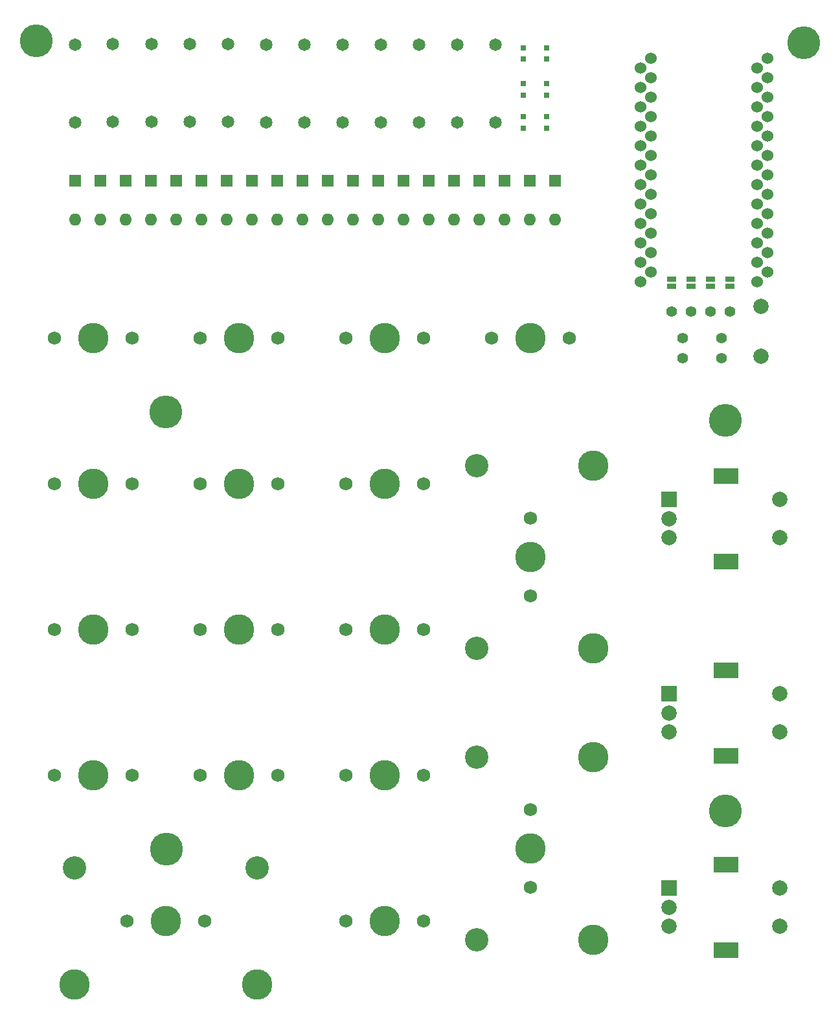
<source format=gts>
%TF.GenerationSoftware,KiCad,Pcbnew,(5.1.10)-1*%
%TF.CreationDate,2021-10-30T13:12:34+08:00*%
%TF.ProjectId,EGPad,45475061-642e-46b6-9963-61645f706362,rev?*%
%TF.SameCoordinates,Original*%
%TF.FileFunction,Soldermask,Top*%
%TF.FilePolarity,Negative*%
%FSLAX46Y46*%
G04 Gerber Fmt 4.6, Leading zero omitted, Abs format (unit mm)*
G04 Created by KiCad (PCBNEW (5.1.10)-1) date 2021-10-30 13:12:34*
%MOMM*%
%LPD*%
G01*
G04 APERTURE LIST*
%ADD10C,4.300000*%
%ADD11C,1.524000*%
%ADD12C,2.000000*%
%ADD13C,1.397000*%
%ADD14R,1.143000X0.635000*%
%ADD15C,1.750000*%
%ADD16C,3.987800*%
%ADD17C,3.048000*%
%ADD18R,1.600000X1.600000*%
%ADD19O,1.600000X1.600000*%
%ADD20R,3.200000X2.000000*%
%ADD21R,2.000000X2.000000*%
%ADD22C,1.651000*%
%ADD23R,0.750000X0.800000*%
G04 APERTURE END LIST*
D10*
%TO.C,Ref\u002A\u002A4*%
X185039000Y-84582000D03*
%TD*%
%TO.C,Ref\u002A\u002A*%
X111887000Y-83439000D03*
%TD*%
%TO.C,Ref\u002A\u002A5*%
X112014000Y-140589000D03*
%TD*%
%TO.C,Ref\u002A\u002A6*%
X185039000Y-135636000D03*
%TD*%
%TO.C,Ref\u002A\u002A1*%
X195326000Y-35179000D03*
%TD*%
%TO.C,Ref\u002A\u002A2*%
X94996000Y-34925000D03*
%TD*%
D11*
%TO.C,U1*%
X189230000Y-38481000D03*
X189230000Y-41021000D03*
X189230000Y-43561000D03*
X189230000Y-46101000D03*
X189230000Y-48641000D03*
X189230000Y-51181000D03*
X189230000Y-53721000D03*
X189230000Y-56261000D03*
X189230000Y-58801000D03*
X189230000Y-61341000D03*
X189230000Y-63881000D03*
X189230000Y-66421000D03*
X173990000Y-66421000D03*
X173990000Y-63881000D03*
X173990000Y-61341000D03*
X173990000Y-58801000D03*
X173990000Y-56261000D03*
X173990000Y-53721000D03*
X173990000Y-51181000D03*
X173990000Y-48641000D03*
X173990000Y-46101000D03*
X173990000Y-43561000D03*
X173990000Y-41021000D03*
X173990000Y-38481000D03*
X190536400Y-37211000D03*
X190536400Y-39751000D03*
X190536400Y-42291000D03*
X190536400Y-44831000D03*
X190536400Y-47371000D03*
X190536400Y-49911000D03*
X190536400Y-52451000D03*
X190536400Y-54991000D03*
X190536400Y-57531000D03*
X190536400Y-60071000D03*
X190536400Y-62611000D03*
X190536400Y-65151000D03*
X175316400Y-65151000D03*
X175316400Y-62611000D03*
X175316400Y-60071000D03*
X175316400Y-57531000D03*
X175316400Y-54991000D03*
X175316400Y-52451000D03*
X175316400Y-49911000D03*
X175316400Y-47371000D03*
X175316400Y-44831000D03*
X175316400Y-42291000D03*
X175316400Y-39751000D03*
X175316400Y-37211000D03*
%TD*%
D12*
%TO.C,RSW1*%
X189738000Y-76148000D03*
X189738000Y-69648000D03*
%TD*%
D13*
%TO.C,R14*%
X184531000Y-76454000D03*
X179451000Y-76454000D03*
%TD*%
%TO.C,R13*%
X184531000Y-73787000D03*
X179451000Y-73787000D03*
%TD*%
D14*
%TO.C,JP4*%
X178054000Y-66047620D03*
X178054000Y-67048380D03*
%TD*%
%TO.C,JP3*%
X180594000Y-66055220D03*
X180594000Y-67055980D03*
%TD*%
%TO.C,JP2*%
X183134000Y-66047620D03*
X183134000Y-67048380D03*
%TD*%
%TO.C,JP1*%
X185674000Y-66047620D03*
X185674000Y-67048380D03*
%TD*%
D13*
%TO.C,J1*%
X185674000Y-70358000D03*
X183134000Y-70358000D03*
X180594000Y-70358000D03*
X178054000Y-70358000D03*
%TD*%
D15*
%TO.C,MX15*%
X164624000Y-73818800D03*
X154464000Y-73818800D03*
D16*
X159544000Y-73818800D03*
%TD*%
%TO.C,MX5*%
X111919000Y-150019000D03*
D15*
X106839000Y-150019000D03*
X116999000Y-150019000D03*
D17*
X99981000Y-143034000D03*
X123857000Y-143034000D03*
D16*
X99981000Y-158274000D03*
X123857000Y-158274000D03*
%TD*%
%TO.C,MX17*%
X159544000Y-140494000D03*
D15*
X159544000Y-145574000D03*
X159544000Y-135414000D03*
D17*
X152559000Y-152432000D03*
X152559000Y-128556000D03*
D16*
X167799000Y-152432000D03*
X167799000Y-128556000D03*
%TD*%
%TO.C,MX16*%
X159544000Y-102394000D03*
D15*
X159544000Y-107474000D03*
X159544000Y-97314000D03*
D17*
X152559000Y-114332000D03*
X152559000Y-90456000D03*
D16*
X167799000Y-114332000D03*
X167799000Y-90456000D03*
%TD*%
D15*
%TO.C,MX11*%
X145574000Y-73818800D03*
X135414000Y-73818800D03*
D16*
X140494000Y-73818800D03*
%TD*%
D15*
%TO.C,MX8*%
X126524000Y-111919000D03*
X116364000Y-111919000D03*
D16*
X121444000Y-111919000D03*
%TD*%
D15*
%TO.C,MX4*%
X107474000Y-130969000D03*
X97314000Y-130969000D03*
D16*
X102394000Y-130969000D03*
%TD*%
D15*
%TO.C,MX14*%
X145574000Y-130969000D03*
X135414000Y-130969000D03*
D16*
X140494000Y-130969000D03*
%TD*%
D15*
%TO.C,MX13*%
X145574000Y-111919000D03*
X135414000Y-111919000D03*
D16*
X140494000Y-111919000D03*
%TD*%
D15*
%TO.C,MX12*%
X145574000Y-92868800D03*
X135414000Y-92868800D03*
D16*
X140494000Y-92868800D03*
%TD*%
D15*
%TO.C,MX10*%
X145574000Y-150019000D03*
X135414000Y-150019000D03*
D16*
X140494000Y-150019000D03*
%TD*%
D15*
%TO.C,MX9*%
X126524000Y-130969000D03*
X116364000Y-130969000D03*
D16*
X121444000Y-130969000D03*
%TD*%
D15*
%TO.C,MX7*%
X126524000Y-92868800D03*
X116364000Y-92868800D03*
D16*
X121444000Y-92868800D03*
%TD*%
D15*
%TO.C,MX6*%
X126524000Y-73818800D03*
X116364000Y-73818800D03*
D16*
X121444000Y-73818800D03*
%TD*%
D15*
%TO.C,MX3*%
X107474000Y-111919000D03*
X97314000Y-111919000D03*
D16*
X102394000Y-111919000D03*
%TD*%
D15*
%TO.C,MX2*%
X107474000Y-92868800D03*
X97314000Y-92868800D03*
D16*
X102394000Y-92868800D03*
%TD*%
D15*
%TO.C,MX1*%
X107474000Y-73818800D03*
X97314000Y-73818800D03*
D16*
X102394000Y-73818800D03*
%TD*%
D18*
%TO.C,D20*%
X129794000Y-53213000D03*
D19*
X129794000Y-58293000D03*
%TD*%
D18*
%TO.C,D19*%
X162814000Y-53213000D03*
D19*
X162814000Y-58293000D03*
%TD*%
D18*
%TO.C,D18*%
X159512000Y-53213000D03*
D19*
X159512000Y-58293000D03*
%TD*%
D18*
%TO.C,D17*%
X149606000Y-53213000D03*
D19*
X149606000Y-58293000D03*
%TD*%
D18*
%TO.C,D16*%
X152908000Y-53213000D03*
D19*
X152908000Y-58293000D03*
%TD*%
D18*
%TO.C,D15*%
X156210000Y-53213000D03*
D19*
X156210000Y-58293000D03*
%TD*%
%TO.C,D14*%
X143002000Y-58293000D03*
D18*
X143002000Y-53213000D03*
%TD*%
%TO.C,D13*%
X139700000Y-53213000D03*
D19*
X139700000Y-58293000D03*
%TD*%
D18*
%TO.C,D12*%
X136398000Y-53213000D03*
D19*
X136398000Y-58293000D03*
%TD*%
D18*
%TO.C,D11*%
X133096000Y-53213000D03*
D19*
X133096000Y-58293000D03*
%TD*%
D18*
%TO.C,D10*%
X146304000Y-53213000D03*
D19*
X146304000Y-58293000D03*
%TD*%
D18*
%TO.C,D9*%
X116586000Y-53213000D03*
D19*
X116586000Y-58293000D03*
%TD*%
D18*
%TO.C,D8*%
X119888000Y-53213000D03*
D19*
X119888000Y-58293000D03*
%TD*%
D18*
%TO.C,D7*%
X123190000Y-53213000D03*
D19*
X123190000Y-58293000D03*
%TD*%
D18*
%TO.C,D6*%
X126492000Y-53213000D03*
D19*
X126492000Y-58293000D03*
%TD*%
D18*
%TO.C,D5*%
X113284000Y-53213000D03*
D19*
X113284000Y-58293000D03*
%TD*%
D18*
%TO.C,D4*%
X109982000Y-53213000D03*
D19*
X109982000Y-58293000D03*
%TD*%
D18*
%TO.C,D3*%
X106680000Y-53213000D03*
D19*
X106680000Y-58293000D03*
%TD*%
D18*
%TO.C,D2*%
X103378000Y-53213000D03*
D19*
X103378000Y-58293000D03*
%TD*%
D18*
%TO.C,D1*%
X100076000Y-53213000D03*
D19*
X100076000Y-58293000D03*
%TD*%
D12*
%TO.C,SW3*%
X192166000Y-150709000D03*
X192166000Y-145709000D03*
D20*
X185166000Y-153809000D03*
X185166000Y-142609000D03*
D12*
X177666000Y-150709000D03*
X177666000Y-148209000D03*
D21*
X177666000Y-145709000D03*
%TD*%
D12*
%TO.C,SW2*%
X192166000Y-125309000D03*
X192166000Y-120309000D03*
D20*
X185166000Y-128409000D03*
X185166000Y-117209000D03*
D12*
X177666000Y-125309000D03*
X177666000Y-122809000D03*
D21*
X177666000Y-120309000D03*
%TD*%
D12*
%TO.C,SW1*%
X192166000Y-99909000D03*
X192166000Y-94909000D03*
D20*
X185166000Y-103009000D03*
X185166000Y-91809000D03*
D12*
X177666000Y-99909000D03*
X177666000Y-97409000D03*
D21*
X177666000Y-94909000D03*
%TD*%
D22*
%TO.C,R12*%
X105000000Y-35369500D03*
X105000000Y-45529500D03*
%TD*%
%TO.C,R11*%
X110000000Y-35369500D03*
X110000000Y-45529500D03*
%TD*%
%TO.C,R10*%
X115000000Y-35369500D03*
X115000000Y-45529500D03*
%TD*%
%TO.C,R9*%
X120000000Y-35369500D03*
X120000000Y-45529500D03*
%TD*%
%TO.C,R8*%
X125000000Y-35433000D03*
X125000000Y-45593000D03*
%TD*%
%TO.C,R7*%
X130000000Y-35433000D03*
X130000000Y-45593000D03*
%TD*%
%TO.C,R6*%
X135000000Y-35433000D03*
X135000000Y-45593000D03*
%TD*%
%TO.C,R5*%
X140000000Y-35433000D03*
X140000000Y-45593000D03*
%TD*%
%TO.C,R4*%
X145000000Y-35433000D03*
X145000000Y-45593000D03*
%TD*%
%TO.C,R3*%
X150000000Y-35433000D03*
X150000000Y-45593000D03*
%TD*%
%TO.C,R2*%
X155000000Y-35433000D03*
X155000000Y-45593000D03*
%TD*%
%TO.C,R1*%
X100076000Y-35433000D03*
X100076000Y-45593000D03*
%TD*%
D23*
%TO.C,C6*%
X158623000Y-37326000D03*
X158623000Y-35826000D03*
%TD*%
%TO.C,C5*%
X161671000Y-37326000D03*
X161671000Y-35826000D03*
%TD*%
%TO.C,C4*%
X158623000Y-42025000D03*
X158623000Y-40525000D03*
%TD*%
%TO.C,C3*%
X161671000Y-42025000D03*
X161671000Y-40525000D03*
%TD*%
%TO.C,C2*%
X158623000Y-46343000D03*
X158623000Y-44843000D03*
%TD*%
%TO.C,C1*%
X161671000Y-46343000D03*
X161671000Y-44843000D03*
%TD*%
M02*

</source>
